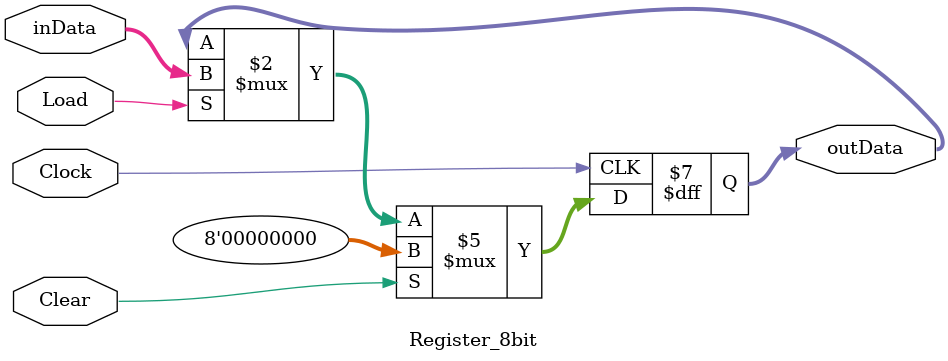
<source format=v>
module Register_8bit(Load,Clear,Clock,inData,outData);

input Load,Clear,Clock ;
input [7:0]	inData ;
output reg [7:0] outData;

always@(posedge Clock)
begin
	if (Clear)
		outData <= 8'd0;
	else if (Load)
		outData <= inData;
end		
endmodule
</source>
